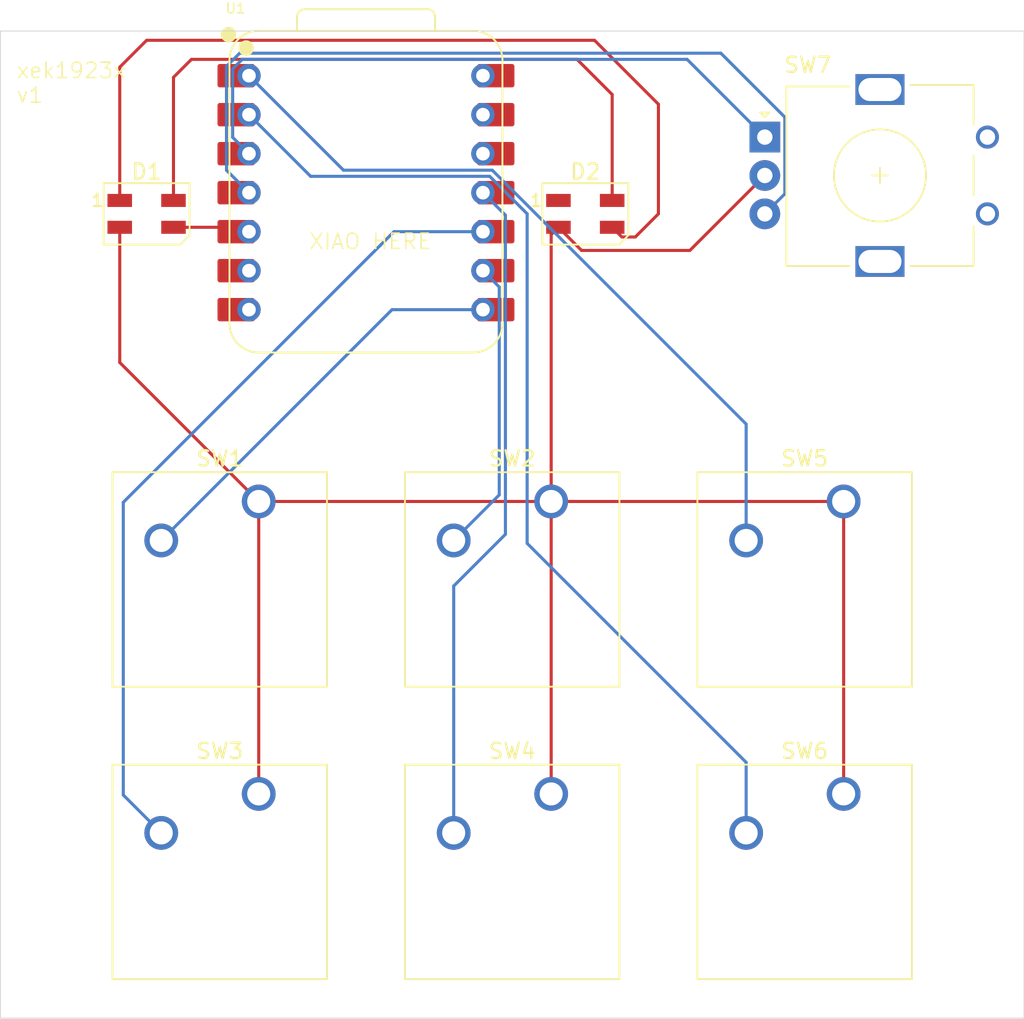
<source format=kicad_pcb>
(kicad_pcb (version 20241229) (generator "pcbnew") (generator_version "9.0")
  (layers (0 "F.Cu" signal) (2 "B.Cu" signal) (13 "F.Paste" user) (15 "B.Paste" user) (5 "F.SilkS" user "F.Silkscreen") (7 "B.SilkS" user "B.Silkscreen") (1 "F.Mask" user) (3 "B.Mask" user) (25 "Edge.Cuts" user))
  (net 0 "")
  (net 1 "GND")
  (net 2 "Net-(D1-DIN)")
  (net 3 "+5V")
  (net 4 "Net-(D1-DOUT)")
  (net 6 "Net-(U1-GPIO1{slash}RX)")
  (net 7 "Net-(U1-GPIO2{slash}SCK)")
  (net 8 "Net-(U1-GPIO4{slash}MISO)")
  (net 9 "Net-(U1-GPIO3{slash}MOSI)")
  (net 15 "Net-(U1-GPIO26{slash}ADC0{slash}A0)")
  (net 16 "Net-(U1-GPIO27{slash}ADC1{slash}A1)")
  (net 17 "Net-(U1-GPIO28{slash}ADC2{slash}A2)")
  (net 18 "Net-(U1-GPIO29{slash}ADC3{slash}A3)")
  (footprint "Button_Switch_Keyboard:SW_Cherry_MX_1.00u_PCB" (layer "F.Cu") (at 178.7525 104.4575)
    (property "Reference" "SW1" (at -2.54 -2.794 0) (layer "F.SilkS"))
    (property "Value" "SW_Push")
    (fp_line (start -9.525 -1.905) (end 4.445 -1.905) (stroke (width 0.12)) (layer "F.SilkS"))
    (fp_line (start -9.525 12.065) (end -9.525 -1.905) (stroke (width 0.12)) (layer "F.SilkS"))
    (fp_line (start 4.445 -1.905) (end 4.445 12.065) (stroke (width 0.12)) (layer "F.SilkS"))
    (fp_line (start 4.445 12.065) (end -9.525 12.065) (stroke (width 0.12)) (layer "F.SilkS"))
    (pad "" np_thru_hole circle (at -7.62 5.08) (size 1.7 1.7) (drill 1.7) (layers "*.Cu" "*.Mask"))
    (pad "" np_thru_hole circle (at -2.54 5.08) (size 4 4) (drill 4) (layers "*.Cu" "*.Mask"))
    (pad "" np_thru_hole circle (at 2.54 5.08) (size 1.7 1.7) (drill 1.7) (layers "*.Cu" "*.Mask"))
    (pad "1" thru_hole circle (at 0 0) (size 2.2 2.2) (drill 1.5) (layers "*.Cu" "*.Mask") (net 1 "GND"))
    (pad "2" thru_hole circle (at -6.35 2.54) (size 2.2 2.2) (drill 1.5) (layers "*.Cu" "*.Mask") (net 6 "Net-(U1-GPIO1{slash}RX)"))
  )
  (footprint "Button_Switch_Keyboard:SW_Cherry_MX_1.00u_PCB" (layer "F.Cu") (at 197.8025 123.5075)
    (property "Reference" "SW4" (at -2.54 -2.794 0) (layer "F.SilkS"))
    (property "Value" "SW_Push")
    (fp_line (start -9.525 -1.905) (end 4.445 -1.905) (stroke (width 0.12)) (layer "F.SilkS"))
    (fp_line (start -9.525 12.065) (end -9.525 -1.905) (stroke (width 0.12)) (layer "F.SilkS"))
    (fp_line (start 4.445 -1.905) (end 4.445 12.065) (stroke (width 0.12)) (layer "F.SilkS"))
    (fp_line (start 4.445 12.065) (end -9.525 12.065) (stroke (width 0.12)) (layer "F.SilkS"))
    (pad "" np_thru_hole circle (at -7.62 5.08) (size 1.7 1.7) (drill 1.7) (layers "*.Cu" "*.Mask"))
    (pad "" np_thru_hole circle (at -2.54 5.08) (size 4 4) (drill 4) (layers "*.Cu" "*.Mask"))
    (pad "" np_thru_hole circle (at 2.54 5.08) (size 1.7 1.7) (drill 1.7) (layers "*.Cu" "*.Mask"))
    (pad "1" thru_hole circle (at 0 0) (size 2.2 2.2) (drill 1.5) (layers "*.Cu" "*.Mask") (net 1 "GND"))
    (pad "2" thru_hole circle (at -6.35 2.54) (size 2.2 2.2) (drill 1.5) (layers "*.Cu" "*.Mask") (net 9 "Net-(U1-GPIO3{slash}MOSI)"))
  )
  (footprint "Button_Switch_Keyboard:SW_Cherry_MX_1.00u_PCB" (layer "F.Cu") (at 216.8525 123.5075)
    (property "Reference" "SW6" (at -2.54 -2.794 0) (layer "F.SilkS"))
    (property "Value" "SW_Push")
    (fp_line (start -9.525 -1.905) (end 4.445 -1.905) (stroke (width 0.12)) (layer "F.SilkS"))
    (fp_line (start -9.525 12.065) (end -9.525 -1.905) (stroke (width 0.12)) (layer "F.SilkS"))
    (fp_line (start 4.445 -1.905) (end 4.445 12.065) (stroke (width 0.12)) (layer "F.SilkS"))
    (fp_line (start 4.445 12.065) (end -9.525 12.065) (stroke (width 0.12)) (layer "F.SilkS"))
    (pad "" np_thru_hole circle (at -7.62 5.08) (size 1.7 1.7) (drill 1.7) (layers "*.Cu" "*.Mask"))
    (pad "" np_thru_hole circle (at -2.54 5.08) (size 4 4) (drill 4) (layers "*.Cu" "*.Mask"))
    (pad "" np_thru_hole circle (at 2.54 5.08) (size 1.7 1.7) (drill 1.7) (layers "*.Cu" "*.Mask"))
    (pad "1" thru_hole circle (at 0 0) (size 2.2 2.2) (drill 1.5) (layers "*.Cu" "*.Mask") (net 1 "GND"))
    (pad "2" thru_hole circle (at -6.35 2.54) (size 2.2 2.2) (drill 1.5) (layers "*.Cu" "*.Mask") (net 16 "Net-(U1-GPIO27{slash}ADC1{slash}A1)"))
  )
  (footprint "Button_Switch_Keyboard:SW_Cherry_MX_1.00u_PCB" (layer "F.Cu") (at 216.8525 104.4575)
    (property "Reference" "SW5" (at -2.54 -2.794 0) (layer "F.SilkS"))
    (property "Value" "SW_Push")
    (fp_line (start -9.525 -1.905) (end 4.445 -1.905) (stroke (width 0.12)) (layer "F.SilkS"))
    (fp_line (start -9.525 12.065) (end -9.525 -1.905) (stroke (width 0.12)) (layer "F.SilkS"))
    (fp_line (start 4.445 -1.905) (end 4.445 12.065) (stroke (width 0.12)) (layer "F.SilkS"))
    (fp_line (start 4.445 12.065) (end -9.525 12.065) (stroke (width 0.12)) (layer "F.SilkS"))
    (pad "" np_thru_hole circle (at -7.62 5.08) (size 1.7 1.7) (drill 1.7) (layers "*.Cu" "*.Mask"))
    (pad "" np_thru_hole circle (at -2.54 5.08) (size 4 4) (drill 4) (layers "*.Cu" "*.Mask"))
    (pad "" np_thru_hole circle (at 2.54 5.08) (size 1.7 1.7) (drill 1.7) (layers "*.Cu" "*.Mask"))
    (pad "1" thru_hole circle (at 0 0) (size 2.2 2.2) (drill 1.5) (layers "*.Cu" "*.Mask") (net 1 "GND"))
    (pad "2" thru_hole circle (at -6.35 2.54) (size 2.2 2.2) (drill 1.5) (layers "*.Cu" "*.Mask") (net 15 "Net-(U1-GPIO26{slash}ADC0{slash}A0)"))
  )
  (footprint "Rotary_Encoder:RotaryEncoder_Alps_EC11E_Vertical_H20mm" (layer "F.Cu") (at 211.71875 80.725)
    (property "Reference" "SW7" (at 2.8 -4.7 0) (layer "F.SilkS"))
    (property "Value" "RotaryEncoder")
    (fp_line (start -0.3 -1.6) (end 0.3 -1.6) (stroke (width 0.12)) (layer "F.SilkS"))
    (fp_line (start 0 -1.3) (end -0.3 -1.6) (stroke (width 0.12)) (layer "F.SilkS"))
    (fp_line (start 0.3 -1.6) (end 0 -1.3) (stroke (width 0.12)) (layer "F.SilkS"))
    (fp_line (start 1.4 -3.3) (end 1.4 8.4) (stroke (width 0.12)) (layer "F.SilkS"))
    (fp_line (start 5.5 -3.3) (end 1.4 -3.3) (stroke (width 0.12)) (layer "F.SilkS"))
    (fp_line (start 5.5 8.4) (end 1.4 8.4) (stroke (width 0.12)) (layer "F.SilkS"))
    (fp_line (start 7 2.5) (end 8 2.5) (stroke (width 0.12)) (layer "F.SilkS"))
    (fp_line (start 7.5 2) (end 7.5 3) (stroke (width 0.12)) (layer "F.SilkS"))
    (fp_line (start 9.5 -3.4) (end 13.6 -3.4) (stroke (width 0.12)) (layer "F.SilkS"))
    (fp_line (start 13.6 -3.4) (end 13.6 -0.8) (stroke (width 0.12)) (layer "F.SilkS"))
    (fp_line (start 13.6 1.2) (end 13.6 3.8) (stroke (width 0.12)) (layer "F.SilkS"))
    (fp_line (start 13.6 5.8) (end 13.6 8.4) (stroke (width 0.12)) (layer "F.SilkS"))
    (fp_line (start 13.6 8.4) (end 9.5 8.4) (stroke (width 0.12)) (layer "F.SilkS"))
    (fp_circle (center 7.5 2.5) (end 10.5 2.5) (stroke (width 0.12)) (fill no) (layer "F.SilkS"))
    (pad "" thru_hole circle (at 14.5 0) (size 1.5 1.5) (drill 1) (layers "*.Cu" "*.Mask"))
    (pad "" thru_hole circle (at 14.5 5) (size 1.5 1.5) (drill 1) (layers "*.Cu" "*.Mask"))
    (pad "A" thru_hole rect (at 0 0) (size 2 2) (drill 1) (layers "*.Cu" "*.Mask") (net 17 "Net-(U1-GPIO28{slash}ADC2{slash}A2)"))
    (pad "B" thru_hole circle (at 0 5) (size 2 2) (drill 1) (layers "*.Cu" "*.Mask") (net 18 "Net-(U1-GPIO29{slash}ADC3{slash}A3)"))
    (pad "C" thru_hole circle (at 0 2.5) (size 2 2) (drill 1) (layers "*.Cu" "*.Mask") (net 1 "GND"))
    (pad "MP" thru_hole rect (at 7.5 -3.1) (size 3.2 2) (drill oval 2.8 1.5) (layers "*.Cu" "*.Mask"))
    (pad "MP" thru_hole rect (at 7.5 8.1) (size 3.2 2) (drill oval 2.8 1.5) (layers "*.Cu" "*.Mask"))
  )
  (footprint "LED_SMD:LED_SK6812MINI_PLCC4_3.5x3.5mm_P1.75mm" (layer "F.Cu") (at 171.45 85.725)
    (property "Reference" "D1" (at 0 -2.75 0) (layer "F.SilkS"))
    (property "Value" "SK6812MINI")
    (fp_line (start -2.8 -2) (end -2.8 2) (stroke (width 0.12)) (layer "F.SilkS"))
    (fp_line (start -2.8 -2) (end 2.8 -2) (stroke (width 0.12)) (layer "F.SilkS"))
    (fp_line (start -2.8 2) (end 2.2 2) (stroke (width 0.12)) (layer "F.SilkS"))
    (fp_line (start 2.8 1.4) (end 2.2 2) (stroke (width 0.12)) (layer "F.SilkS"))
    (fp_line (start 2.8 1.4) (end 2.8 -2) (stroke (width 0.12)) (layer "F.SilkS"))
    (fp_text user "1" (at -3.2 -0.875 0) (layer "F.SilkS") (effects (font (size 0.8 0.8))))
    (pad "1" smd rect (at -1.75 -0.875) (size 1.6 0.85) (layers "F.Cu" "F.Mask" "F.Paste") (net 4 "Net-(D1-DOUT)"))
    (pad "2" smd rect (at -1.75 0.875) (size 1.6 0.85) (layers "F.Cu" "F.Mask" "F.Paste") (net 1 "GND"))
    (pad "3" smd rect (at 1.75 0.875) (size 1.6 0.85) (layers "F.Cu" "F.Mask" "F.Paste") (net 2 "Net-(D1-DIN)"))
    (pad "4" smd rect (at 1.75 -0.875) (size 1.6 0.85) (layers "F.Cu" "F.Mask" "F.Paste") (net 3 "+5V"))
  )
  (footprint "LED_SMD:LED_SK6812MINI_PLCC4_3.5x3.5mm_P1.75mm" (layer "F.Cu") (at 200.025 85.725)
    (property "Reference" "D2" (at 0 -2.75 0) (layer "F.SilkS"))
    (property "Value" "SK6812MINI")
    (fp_line (start -2.8 -2) (end -2.8 2) (stroke (width 0.12)) (layer "F.SilkS"))
    (fp_line (start -2.8 -2) (end 2.8 -2) (stroke (width 0.12)) (layer "F.SilkS"))
    (fp_line (start -2.8 2) (end 2.2 2) (stroke (width 0.12)) (layer "F.SilkS"))
    (fp_line (start 2.8 1.4) (end 2.2 2) (stroke (width 0.12)) (layer "F.SilkS"))
    (fp_line (start 2.8 1.4) (end 2.8 -2) (stroke (width 0.12)) (layer "F.SilkS"))
    (fp_text user "1" (at -3.2 -0.875 0) (layer "F.SilkS") (effects (font (size 0.8 0.8))))
    (pad "1" smd rect (at -1.75 -0.875) (size 1.6 0.85) (layers "F.Cu" "F.Mask" "F.Paste"))
    (pad "2" smd rect (at -1.75 0.875) (size 1.6 0.85) (layers "F.Cu" "F.Mask" "F.Paste") (net 1 "GND"))
    (pad "3" smd rect (at 1.75 0.875) (size 1.6 0.85) (layers "F.Cu" "F.Mask" "F.Paste") (net 4 "Net-(D1-DOUT)"))
    (pad "4" smd rect (at 1.75 -0.875) (size 1.6 0.85) (layers "F.Cu" "F.Mask" "F.Paste") (net 3 "+5V"))
  )
  (footprint "OPL_:XIAO-RP2040-DIP" (layer "F.Cu") (at 185.7375 84.34375)
    (property "Reference" "U1" (at -8.5 -12 0) (layer "F.SilkS") (effects (font (size 0.635 0.635) (thickness 0.1016))))
    (property "Value" "XIAO-RP2040-DIP")
    (fp_line (start -8.89 8.509) (end -8.89 -8.636) (stroke (width 0.127)) (layer "F.SilkS"))
    (fp_line (start -6.985 10.414) (end 6.985 10.414) (stroke (width 0.127)) (layer "F.SilkS"))
    (fp_line (start -4.495 -10.541) (end -4.491272 -11.451272) (stroke (width 0.127)) (layer "F.SilkS"))
    (fp_line (start -3.991272 -11.951) (end 4.004 -11.951) (stroke (width 0.127)) (layer "F.SilkS"))
    (fp_line (start 4.504 -11.451) (end 4.504 -10.541) (stroke (width 0.127)) (layer "F.SilkS"))
    (fp_line (start 6.985 -10.541) (end -6.985 -10.541) (stroke (width 0.1)) (layer "F.SilkS"))
    (fp_line (start 6.985 -10.541) (end -6.985 -10.541) (stroke (width 0.127)) (layer "F.SilkS"))
    (fp_line (start 8.89 8.509) (end 8.89 -8.636) (stroke (width 0.127)) (layer "F.SilkS"))
    (fp_arc (start -8.89 -8.636) (mid -8.332038 -9.983038) (end -6.985 -10.541) (stroke (width 0.127)) (layer "F.SilkS"))
    (fp_arc (start -6.985 10.414) (mid -8.332038 9.856038) (end -8.89 8.509) (stroke (width 0.127)) (layer "F.SilkS"))
    (fp_arc (start -4.491272 -11.451272) (mid -4.344728 -11.80464) (end -3.991272 -11.951) (stroke (width 0.127)) (layer "F.SilkS"))
    (fp_arc (start 4.004 -11.951) (mid 4.357553 -11.804553) (end 4.504 -11.451) (stroke (width 0.127)) (layer "F.SilkS"))
    (fp_arc (start 6.985 -10.541) (mid 8.332038 -9.983038) (end 8.89 -8.636) (stroke (width 0.127)) (layer "F.SilkS"))
    (fp_arc (start 8.89 8.509) (mid 8.332038 9.856038) (end 6.985 10.414) (stroke (width 0.127)) (layer "F.SilkS"))
    (fp_circle (center -8.95 -10.3) (end -8.95 -10.554) (stroke (width 0.5)) (fill yes) (layer "F.SilkS"))
    (fp_circle (center -7.807 -9.42) (end -7.807 -9.674) (stroke (width 0.5)) (fill yes) (layer "F.SilkS"))
    (pad "1" smd roundrect (at -8.455 -7.62 180) (size 2.432 1.524) (layers "F.Cu" "F.Mask") (roundrect_rratio 0.1) (net 15 "Net-(U1-GPIO26{slash}ADC0{slash}A0)"))
    (pad "1" thru_hole circle (at -7.62 -7.62 180) (size 1.524 1.524) (drill 0.889) (layers "*.Cu" "*.Mask") (net 15 "Net-(U1-GPIO26{slash}ADC0{slash}A0)"))
    (pad "2" smd roundrect (at -8.455 -5.08 180) (size 2.432 1.524) (layers "F.Cu" "F.Mask") (roundrect_rratio 0.1) (net 16 "Net-(U1-GPIO27{slash}ADC1{slash}A1)"))
    (pad "2" thru_hole circle (at -7.62 -5.08 180) (size 1.524 1.524) (drill 0.889) (layers "*.Cu" "*.Mask") (net 16 "Net-(U1-GPIO27{slash}ADC1{slash}A1)"))
    (pad "3" smd roundrect (at -8.455 -2.54 180) (size 2.432 1.524) (layers "F.Cu" "F.Mask") (roundrect_rratio 0.1) (net 17 "Net-(U1-GPIO28{slash}ADC2{slash}A2)"))
    (pad "3" thru_hole circle (at -7.62 -2.54 180) (size 1.524 1.524) (drill 0.889) (layers "*.Cu" "*.Mask") (net 17 "Net-(U1-GPIO28{slash}ADC2{slash}A2)"))
    (pad "4" smd roundrect (at -8.455 0 180) (size 2.432 1.524) (layers "F.Cu" "F.Mask") (roundrect_rratio 0.1) (net 18 "Net-(U1-GPIO29{slash}ADC3{slash}A3)"))
    (pad "4" thru_hole circle (at -7.62 0 180) (size 1.524 1.524) (drill 0.889) (layers "*.Cu" "*.Mask") (net 18 "Net-(U1-GPIO29{slash}ADC3{slash}A3)"))
    (pad "5" smd roundrect (at -8.455 2.54 180) (size 2.432 1.524) (layers "F.Cu" "F.Mask") (roundrect_rratio 0.1) (net 2 "Net-(D1-DIN)"))
    (pad "5" thru_hole circle (at -7.62 2.54 180) (size 1.524 1.524) (drill 0.889) (layers "*.Cu" "*.Mask") (net 2 "Net-(D1-DIN)"))
    (pad "6" smd roundrect (at -8.455 5.08 180) (size 2.432 1.524) (layers "F.Cu" "F.Mask") (roundrect_rratio 0.1))
    (pad "6" thru_hole circle (at -7.62 5.08 180) (size 1.524 1.524) (drill 0.889) (layers "*.Cu" "*.Mask"))
    (pad "7" smd roundrect (at -8.455 7.62 180) (size 2.432 1.524) (layers "F.Cu" "F.Mask") (roundrect_rratio 0.1))
    (pad "7" thru_hole circle (at -7.62 7.62 180) (size 1.524 1.524) (drill 0.889) (layers "*.Cu" "*.Mask"))
    (pad "8" thru_hole circle (at 7.62 7.62) (size 1.524 1.524) (drill 0.889) (layers "*.Cu" "*.Mask") (net 6 "Net-(U1-GPIO1{slash}RX)"))
    (pad "8" smd roundrect (at 8.455 7.62) (size 2.432 1.524) (layers "F.Cu" "F.Mask") (roundrect_rratio 0.1) (net 6 "Net-(U1-GPIO1{slash}RX)"))
    (pad "9" thru_hole circle (at 7.62 5.08) (size 1.524 1.524) (drill 0.889) (layers "*.Cu" "*.Mask") (net 7 "Net-(U1-GPIO2{slash}SCK)"))
    (pad "9" smd roundrect (at 8.455 5.08) (size 2.432 1.524) (layers "F.Cu" "F.Mask") (roundrect_rratio 0.1) (net 7 "Net-(U1-GPIO2{slash}SCK)"))
    (pad "10" thru_hole circle (at 7.62 2.54) (size 1.524 1.524) (drill 0.889) (layers "*.Cu" "*.Mask") (net 8 "Net-(U1-GPIO4{slash}MISO)"))
    (pad "10" smd roundrect (at 8.455 2.54) (size 2.432 1.524) (layers "F.Cu" "F.Mask") (roundrect_rratio 0.1) (net 8 "Net-(U1-GPIO4{slash}MISO)"))
    (pad "11" thru_hole circle (at 7.62 0) (size 1.524 1.524) (drill 0.889) (layers "*.Cu" "*.Mask") (net 9 "Net-(U1-GPIO3{slash}MOSI)"))
    (pad "11" smd roundrect (at 8.455 0) (size 2.432 1.524) (layers "F.Cu" "F.Mask") (roundrect_rratio 0.1) (net 9 "Net-(U1-GPIO3{slash}MOSI)"))
    (pad "12" thru_hole circle (at 7.62 -2.54) (size 1.524 1.524) (drill 0.889) (layers "*.Cu" "*.Mask"))
    (pad "12" smd roundrect (at 8.455 -2.54) (size 2.432 1.524) (layers "F.Cu" "F.Mask") (roundrect_rratio 0.1))
    (pad "13" thru_hole circle (at 7.62 -5.08) (size 1.524 1.524) (drill 0.889) (layers "*.Cu" "*.Mask"))
    (pad "13" smd roundrect (at 8.455 -5.08) (size 2.432 1.524) (layers "F.Cu" "F.Mask") (roundrect_rratio 0.1))
    (pad "14" thru_hole circle (at 7.62 -7.62) (size 1.524 1.524) (drill 0.889) (layers "*.Cu" "*.Mask"))
    (pad "14" smd roundrect (at 8.455 -7.62) (size 2.432 1.524) (layers "F.Cu" "F.Mask") (roundrect_rratio 0.1))
  )
  (footprint "Button_Switch_Keyboard:SW_Cherry_MX_1.00u_PCB" (layer "F.Cu") (at 178.7525 123.5075)
    (property "Reference" "SW3" (at -2.54 -2.794 0) (layer "F.SilkS"))
    (property "Value" "SW_Push")
    (fp_line (start -9.525 -1.905) (end 4.445 -1.905) (stroke (width 0.12)) (layer "F.SilkS"))
    (fp_line (start -9.525 12.065) (end -9.525 -1.905) (stroke (width 0.12)) (layer "F.SilkS"))
    (fp_line (start 4.445 -1.905) (end 4.445 12.065) (stroke (width 0.12)) (layer "F.SilkS"))
    (fp_line (start 4.445 12.065) (end -9.525 12.065) (stroke (width 0.12)) (layer "F.SilkS"))
    (pad "" np_thru_hole circle (at -7.62 5.08) (size 1.7 1.7) (drill 1.7) (layers "*.Cu" "*.Mask"))
    (pad "" np_thru_hole circle (at -2.54 5.08) (size 4 4) (drill 4) (layers "*.Cu" "*.Mask"))
    (pad "" np_thru_hole circle (at 2.54 5.08) (size 1.7 1.7) (drill 1.7) (layers "*.Cu" "*.Mask"))
    (pad "1" thru_hole circle (at 0 0) (size 2.2 2.2) (drill 1.5) (layers "*.Cu" "*.Mask") (net 1 "GND"))
    (pad "2" thru_hole circle (at -6.35 2.54) (size 2.2 2.2) (drill 1.5) (layers "*.Cu" "*.Mask") (net 8 "Net-(U1-GPIO4{slash}MISO)"))
  )
  (footprint "Button_Switch_Keyboard:SW_Cherry_MX_1.00u_PCB" (layer "F.Cu") (at 197.8025 104.4575)
    (property "Reference" "SW2" (at -2.54 -2.794 0) (layer "F.SilkS"))
    (property "Value" "SW_Push")
    (fp_line (start -9.525 -1.905) (end 4.445 -1.905) (stroke (width 0.12)) (layer "F.SilkS"))
    (fp_line (start -9.525 12.065) (end -9.525 -1.905) (stroke (width 0.12)) (layer "F.SilkS"))
    (fp_line (start 4.445 -1.905) (end 4.445 12.065) (stroke (width 0.12)) (layer "F.SilkS"))
    (fp_line (start 4.445 12.065) (end -9.525 12.065) (stroke (width 0.12)) (layer "F.SilkS"))
    (pad "" np_thru_hole circle (at -7.62 5.08) (size 1.7 1.7) (drill 1.7) (layers "*.Cu" "*.Mask"))
    (pad "" np_thru_hole circle (at -2.54 5.08) (size 4 4) (drill 4) (layers "*.Cu" "*.Mask"))
    (pad "" np_thru_hole circle (at 2.54 5.08) (size 1.7 1.7) (drill 1.7) (layers "*.Cu" "*.Mask"))
    (pad "1" thru_hole circle (at 0 0) (size 2.2 2.2) (drill 1.5) (layers "*.Cu" "*.Mask") (net 1 "GND"))
    (pad "2" thru_hole circle (at -6.35 2.54) (size 2.2 2.2) (drill 1.5) (layers "*.Cu" "*.Mask") (net 7 "Net-(U1-GPIO2{slash}SCK)"))
  )
  (gr_rect (start 161.925 73.81875) (end 228.6 138.1125) (stroke (width 0.05)) (fill no) (layer "Edge.Cuts"))
  (gr_text "XIAO HERE" (at 181.975 88.10625 0) (layer "F.SilkS") (effects (font (size 1 1) (thickness 0.1)) (justify left bottom)))
  (gr_text "xek1923x\nv1" (at 162.925 78.58125 0) (layer "F.SilkS") (effects (font (size 1 1) (thickness 0.1)) (justify left bottom)))
  (segment (start 211.71875 83.225) (end 206.8375 88.10625) (width 0.2) (layer "F.Cu") (net 1))
  (segment (start 169.7 95.405) (end 169.7 86.6) (width 0.2) (layer "F.Cu") (net 1))
  (segment (start 197.8025 104.4575) (end 197.8025 87.0725) (width 0.2) (layer "F.Cu") (net 1))
  (segment (start 178.7525 104.4575) (end 169.7 95.405) (width 0.2) (layer "F.Cu") (net 1))
  (segment (start 197.8025 87.0725) (end 198.275 86.6) (width 0.2) (layer "F.Cu") (net 1))
  (segment (start 206.8375 88.10625) (end 199.78125 88.10625) (width 0.2) (layer "F.Cu") (net 1))
  (segment (start 216.8525 104.4575) (end 197.8025 104.4575) (width 0.2) (layer "F.Cu") (net 1))
  (segment (start 216.8525 104.4575) (end 216.8525 123.5075) (width 0.2) (layer "F.Cu") (net 1))
  (segment (start 199.78125 88.10625) (end 198.275 86.6) (width 0.2) (layer "F.Cu") (net 1))
  (segment (start 197.8025 104.4575) (end 178.7525 104.4575) (width 0.2) (layer "F.Cu") (net 1))
  (segment (start 197.8025 123.5075) (end 197.8025 104.4575) (width 0.2) (layer "F.Cu") (net 1))
  (segment (start 178.7525 123.5075) (end 178.7525 104.4575) (width 0.2) (layer "F.Cu") (net 1))
  (segment (start 176.99875 86.6) (end 177.2825 86.88375) (width 0.2) (layer "F.Cu") (net 2))
  (segment (start 173.2 86.6) (end 176.99875 86.6) (width 0.2) (layer "F.Cu") (net 2))
  (segment (start 174.3705 75.66075) (end 199.48575 75.66075) (width 0.2) (layer "F.Cu") (net 3))
  (segment (start 173.2 76.83125) (end 174.3705 75.66075) (width 0.2) (layer "F.Cu") (net 3))
  (segment (start 173.2 84.85) (end 173.2 76.83125) (width 0.2) (layer "F.Cu") (net 3))
  (segment (start 199.48575 75.66075) (end 201.775 77.95) (width 0.2) (layer "F.Cu") (net 3))
  (segment (start 201.775 77.95) (end 201.775 84.85) (width 0.2) (layer "F.Cu") (net 3))
  (segment (start 204.7875 85.725) (end 203.28125 87.23125) (width 0.2) (layer "F.Cu") (net 4))
  (segment (start 200.626 74.41975) (end 204.7875 78.58125) (width 0.2) (layer "F.Cu") (net 4))
  (segment (start 171.45 74.41975) (end 200.626 74.41975) (width 0.2) (layer "F.Cu") (net 4))
  (segment (start 169.7 84.85) (end 169.7 76.16975) (width 0.2) (layer "F.Cu") (net 4))
  (segment (start 203.28125 87.23125) (end 202.40625 87.23125) (width 0.2) (layer "F.Cu") (net 4))
  (segment (start 202.40625 87.23125) (end 201.775 86.6) (width 0.2) (layer "F.Cu") (net 4))
  (segment (start 204.7875 78.58125) (end 204.7875 85.725) (width 0.2) (layer "F.Cu") (net 4))
  (segment (start 169.7 76.16975) (end 171.45 74.41975) (width 0.2) (layer "F.Cu") (net 4))
  (segment (start 172.4025 106.9975) (end 187.43625 91.96375) (width 0.2) (layer "B.Cu") (net 6))
  (segment (start 187.43625 91.96375) (end 193.3575 91.96375) (width 0.2) (layer "B.Cu") (net 6))
  (segment (start 191.4525 106.9975) (end 194.4205 104.0295) (width 0.2) (layer "B.Cu") (net 7))
  (segment (start 194.4205 104.0295) (end 194.4205 90.48675) (width 0.2) (layer "B.Cu") (net 7))
  (segment (start 194.4205 90.48675) (end 193.3575 89.42375) (width 0.2) (layer "B.Cu") (net 7))
  (segment (start 193.3575 86.88375) (end 187.561 86.88375) (width 0.2) (layer "B.Cu") (net 8))
  (segment (start 169.9315 123.5765) (end 172.4025 126.0475) (width 0.2) (layer "B.Cu") (net 8))
  (segment (start 169.9315 104.51325) (end 169.9315 123.5765) (width 0.2) (layer "B.Cu") (net 8))
  (segment (start 187.561 86.88375) (end 169.9315 104.51325) (width 0.2) (layer "B.Cu") (net 8))
  (segment (start 194.8215 85.80775) (end 194.8215 106.59697) (width 0.2) (layer "B.Cu") (net 9))
  (segment (start 191.4525 109.96597) (end 191.4525 126.0475) (width 0.2) (layer "B.Cu") (net 9))
  (segment (start 194.8215 106.59697) (end 191.4525 109.96597) (width 0.2) (layer "B.Cu") (net 9))
  (segment (start 193.3575 84.34375) (end 194.8215 85.80775) (width 0.2) (layer "B.Cu") (net 9))
  (segment (start 210.5025 99.41834) (end 193.96391 82.87975) (width 0.2) (layer "B.Cu") (net 15))
  (segment (start 184.2735 82.87975) (end 178.1175 76.72375) (width 0.2) (layer "B.Cu") (net 15))
  (segment (start 193.96391 82.87975) (end 184.2735 82.87975) (width 0.2) (layer "B.Cu") (net 15))
  (segment (start 210.5025 106.9975) (end 210.5025 99.41834) (width 0.2) (layer "B.Cu") (net 15))
  (segment (start 196.236316 85.719256) (end 193.79781 83.28075) (width 0.2) (layer "B.Cu") (net 16))
  (segment (start 210.5025 126.0475) (end 210.5025 121.452684) (width 0.2) (layer "B.Cu") (net 16))
  (segment (start 210.5025 121.452684) (end 196.236316 107.1865) (width 0.2) (layer "B.Cu") (net 16))
  (segment (start 182.1345 83.28075) (end 178.1175 79.26375) (width 0.2) (layer "B.Cu") (net 16))
  (segment (start 196.236316 107.1865) (end 196.236316 85.719256) (width 0.2) (layer "B.Cu") (net 16))
  (segment (start 193.79781 83.28075) (end 182.1345 83.28075) (width 0.2) (layer "B.Cu") (net 16))
  (segment (start 206.6545 75.66075) (end 177.67719 75.66075) (width 0.2) (layer "B.Cu") (net 17))
  (segment (start 177.0545 80.74075) (end 178.1175 81.80375) (width 0.2) (layer "B.Cu") (net 17))
  (segment (start 211.71875 80.725) (end 206.6545 75.66075) (width 0.2) (layer "B.Cu") (net 17))
  (segment (start 177.67719 75.66075) (end 177.0545 76.28344) (width 0.2) (layer "B.Cu") (net 17))
  (segment (start 177.0545 76.28344) (end 177.0545 80.74075) (width 0.2) (layer "B.Cu") (net 17))
  (segment (start 176.6535 82.87975) (end 178.1175 84.34375) (width 0.2) (layer "B.Cu") (net 18))
  (segment (start 211.71875 85.725) (end 213.01975 84.424) (width 0.2) (layer "B.Cu") (net 18))
  (segment (start 213.01975 79.424) (end 208.8555 75.25975) (width 0.2) (layer "B.Cu") (net 18))
  (segment (start 213.01975 84.424) (end 213.01975 79.424) (width 0.2) (layer "B.Cu") (net 18))
  (segment (start 176.6535 76.11734) (end 176.6535 82.87975) (width 0.2) (layer "B.Cu") (net 18))
  (segment (start 208.8555 75.25975) (end 177.51109 75.25975) (width 0.2) (layer "B.Cu") (net 18))
  (segment (start 177.51109 75.25975) (end 176.6535 76.11734) (width 0.2) (layer "B.Cu") (net 18))
)
</source>
